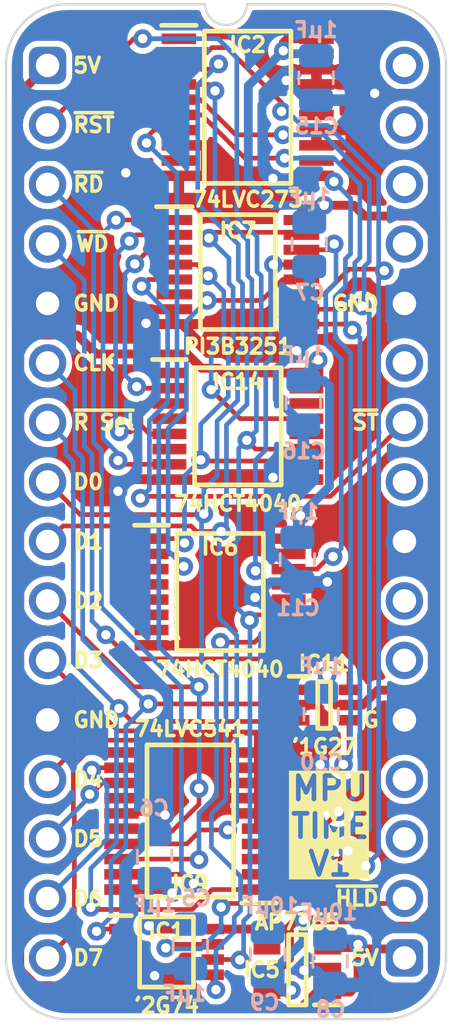
<source format=kicad_pcb>
(kicad_pcb (version 20240108) (generator "pcbnew") (generator_version "8.0")
  (title_block (title "MPU Timer") (date "2024-02-22") (rev "V1"))
  (layers (0 "F.Cu" signal) (31 "B.Cu" signal) (34 "B.Paste" user) (35 "F.Paste" user) (36 "B.SilkS" user "B.Silkscreen") (37 "F.SilkS" user "F.Silkscreen") (38 "B.Mask" user) (39 "F.Mask" user) (44 "Edge.Cuts" user))
  (net 0 "")
  (net 1 "GND")
  (net 2 "5V")
  (net 3 "/3.3V")
  (net 5 "/~{Write NMI Rate Select}·CLK")
  (net 6 "/Q6")
  (net 7 "~{Reset}")
  (net 8 "CLK")
  (net 9 "D0")
  (net 10 "D1")
  (net 11 "D2")
  (net 12 "~{Set Timer}")
  (net 15 "D4")
  (net 16 "~{NMI Rate Select}")
  (net 19 "D7")
  (net 20 "D3")
  (net 22 "~{RD}")
  (net 23 "D5")
  (net 29 "D6")
  (net 30 "/NMI_{Speed}0")
  (net 31 "/NMI_{Speed}1")
  (net 32 "/NMI_{Speed}2")
  (net 33 "/Q8")
  (net 35 "/Q18")
  (net 36 "/~{Q}")
  (net 37 "/Q0")
  (net 38 "/Q12")
  (net 42 "/Q10")
  (net 43 "/Q16")
  (net 44 "/Q14")
  (net 45 "/Q20")
  (net 59 "~{WD}")
  (net 60 "~{Hold}")
  (footprint "SamacSys_Parts:SOP65P210X110-6N" (layer "F.Cu") (at 100.711 85.725)
    (property "Reference" "IC11")
    (property "Value" "74LVC1G27GW,125" (hide yes))
  )
  (footprint "SamacSys_Parts:SOP65P640X110-16N" (layer "F.Cu") (at 96.266 80.899)
    (property "Reference" "IC6")
    (property "Value" "74HCT4040PW,118" (hide yes))
  )
  (footprint "SamacSys_Parts:SOP65P400X110-8N" (layer "F.Cu") (at 93.98 96.266)
    (property "Reference" "IC1")
    (property "Value" "74LVC2G74DP,125" (hide yes))
  )
  (footprint "SamacSys_Parts:SOP64P599X175-16N" (layer "F.Cu") (at 97.028 67.2405)
    (property "Reference" "IC7")
    (property "Value" "PI3B3251QE" (hide yes))
  )
  (footprint "SamacSys_Parts:SOP65P640X110-16N" (layer "F.Cu") (at 97.028 73.825263)
    (property "Reference" "IC14")
    (property "Value" "74HCT4040PW,118" (hide yes))
  )
  (footprint "SamacSys_Parts:SOT95P285X130-5N" (layer "F.Cu") (at 99.568 97.028 180)
    (property "Reference" "IC5")
    (property "Value" "AP7365-33WG-7" (hide yes))
  )
  (footprint "SamacSys_Parts:SOP65P640X110-20N" (layer "F.Cu") (at 97.444115 60.205869)
    (property "Reference" "IC2")
    (property "Value" "74LVC273PW,118" (hide yes))
  )
  (footprint "SamacSys_Parts:SOP65P640X110-20N" (layer "F.Cu") (at 94.996 90.678 180)
    (property "Reference" "IC9")
    (property "Value" "74LVC541APW,118" (hide yes))
  )
  (footprint "SamacSys_Parts:DIP-32_Board_W15.24mm" (layer "F.Cu") (at 88.9 58.42)
    (property "Reference" "J2" (hide yes))
    (property "Value" "Conn_02x16_Counter_Clockwise" (hide yes))
    (fp_line (start -1.778 38.1) (end -1.778 0) (stroke (width 0.1)) (layer "Edge.Cuts"))
    (fp_line (start 6.731 -2.6162) (end 0.835732 -2.613732) (stroke (width 0.1)) (layer "Edge.Cuts"))
    (fp_line (start 14.404267 -2.613733) (end 8.509 -2.6162) (stroke (width 0.1)) (layer "Edge.Cuts"))
    (fp_line (start 14.404268 40.713732) (end 0.835733 40.713733) (stroke (width 0.1)) (layer "Edge.Cuts"))
    (fp_line (start 17.018 38.1) (end 17.017999 -0.000001) (stroke (width 0.1)) (layer "Edge.Cuts"))
    (fp_arc (start -1.778 0) (mid -1.012456 -1.848188) (end 0.835732 -2.613732) (stroke (width 0.1)) (layer "Edge.Cuts"))
    (fp_arc (start 0.835733 40.713733) (mid -1.012457 39.94819) (end -1.778 38.1) (stroke (width 0.1)) (layer "Edge.Cuts"))
    (fp_arc (start 8.509 -2.6162) (mid 7.62 -1.7272) (end 6.731 -2.6162) (stroke (width 0.1)) (layer "Edge.Cuts"))
    (fp_arc (start 14.404267 -2.613733) (mid 16.252453 -1.848189) (end 17.017999 -0.000001) (stroke (width 0.1)) (layer "Edge.Cuts"))
    (fp_arc (start 17.018 38.1) (mid 16.252456 39.948187) (end 14.404268 40.713732) (stroke (width 0.1)) (layer "Edge.Cuts"))
  )
  (footprint "SamacSys_Parts:C_0805" (layer "B.Cu") (at 100.365115 58.935869)
    (property "Reference" "C15")
    (property "Value" "1μF")
  )
  (footprint "SamacSys_Parts:C_0805" (layer "B.Cu") (at 99.568 79.502)
    (property "Reference" "C11")
    (property "Value" "1μF")
  )
  (footprint "SamacSys_Parts:C_0805" (layer "B.Cu") (at 94.996 96.012)
    (property "Reference" "C5")
    (property "Value" "1μF")
  )
  (footprint "SamacSys_Parts:C_0805" (layer "B.Cu") (at 99.822 72.809263)
    (property "Reference" "C16")
    (property "Value" "1μF")
  )
  (footprint "SamacSys_Parts:PinHeader_1x16_P2.54mm_Vertical" (layer "B.Cu") (at 104.14 58.42 180)
    (property "Reference" "J1" (hide yes))
    (property "Value" "Pin_Header_01x16")
  )
  (footprint "SamacSys_Parts:C_0805" (layer "B.Cu") (at 100.965 96.647)
    (property "Reference" "C8")
    (property "Value" "10µF")
  )
  (footprint "SamacSys_Parts:C_0805" (layer "B.Cu") (at 100.584 86.106)
    (property "Reference" "C10")
    (property "Value" "1μF")
  )
  (footprint "SamacSys_Parts:C_0805" (layer "B.Cu") (at 93.472 92.202 180)
    (property "Reference" "C6")
    (property "Value" "1μF")
  )
  (footprint "SamacSys_Parts:PinHeader_1x16_P2.54mm_Vertical" (layer "B.Cu") (at 88.9 58.42 180)
    (property "Reference" "J3" (hide yes))
    (property "Value" "Pin_Header_01x16")
  )
  (footprint "SamacSys_Parts:C_0805" (layer "B.Cu") (at 98.298 96.393 180)
    (property "Reference" "C9")
    (property "Value" "10µF")
  )
  (footprint "SamacSys_Parts:C_0805" (layer "B.Cu") (at 100.076 66.04)
    (property "Reference" "C7")
    (property "Value" "1μF")
  )
  (gr_text "5V" (at 89.916 58.42 0) (layer "F.SilkS") (effects (font (size 0.635 0.635)) (justify left)))
  (gr_text "D1" (at 89.916 78.74 0) (layer "F.SilkS") (effects (font (size 0.635 0.635)) (justify left)))
  (gr_text "5V" (at 103.124 96.52 0) (layer "F.SilkS") (effects (font (size 0.635 0.635)) (justify right)))
  (gr_text "D6" (at 89.916 93.98 0) (layer "F.SilkS") (effects (font (size 0.635 0.635)) (justify left)))
  (gr_text "~{HLD}" (at 103.124 93.98 0) (layer "F.SilkS") (effects (font (size 0.635 0.635)) (justify right)))
  (gr_text "GND" (at 103.124 68.58 0) (layer "F.SilkS") (effects (font (size 0.635 0.635)) (justify right)))
  (gr_text "GND" (at 89.916 86.36 0) (layer "F.SilkS") (effects (font (size 0.635 0.635)) (justify left)))
  (gr_text "D4" (at 89.916 88.9 0) (layer "F.SilkS") (effects (font (size 0.635 0.635)) (justify left)))
  (gr_text "D0" (at 89.916 76.2 0) (layer "F.SilkS") (effects (font (size 0.635 0.635)) (justify left)))
  (gr_text "D7" (at 89.916 96.52 0) (layer "F.SilkS") (effects (font (size 0.635 0.635)) (justify left)))
  (gr_text "D5" (at 89.916 91.44 0) (layer "F.SilkS") (effects (font (size 0.635 0.635)) (justify left)))
  (gr_text "CLK" (at 89.916 71.12 0) (layer "F.SilkS") (effects (font (size 0.635 0.635)) (justify left)))
  (gr_text "~{RD}" (at 89.916 63.5 0) (layer "F.SilkS") (effects (font (size 0.635 0.635)) (justify left)))
  (gr_text "D3" (at 89.916 83.82 0) (layer "F.SilkS") (effects (font (size 0.635 0.635)) (justify left)))
  (gr_text "D2" (at 89.916 81.28 0) (layer "F.SilkS") (effects (font (size 0.635 0.635)) (justify left)))
  (gr_text "~{RST}" (at 89.916 60.96 0) (layer "F.SilkS") (effects (font (size 0.635 0.635)) (justify left)))
  (gr_text "~{R Sel}" (at 89.916 73.66 0) (layer "F.SilkS") (effects (font (size 0.635 0.635)) (justify left)))
  (gr_text "MPU\nTIME\nV1" (at 100.965 93.091 0) (layer "F.SilkS" knockout) (effects (font (size 1 1) (thickness 0.2) (bold yes)) (justify bottom)))
  (gr_text "G" (at 103.124 86.36 0) (layer "F.SilkS") (effects (font (size 0.635 0.635)) (justify right)))
  (gr_text "~{WD}" (at 90.043 66.04 0) (layer "F.SilkS") (effects (font (size 0.635 0.635)) (justify left)))
  (gr_text "~{ST}" (at 103.124 73.66 0) (layer "F.SilkS") (effects (font (size 0.635 0.635)) (justify right)))
  (gr_text "GND" (at 89.916 68.58 0) (layer "F.SilkS") (effects (font (size 0.635 0.635)) (justify left)))
  (segment (start 95.633615 63.120869) (end 95.623615 63.130869) (width 0.38) (layer "F.Cu") (net 1))
  (segment (start 104.14 78.74) (end 102.412 80.468) (width 0.38) (layer "F.Cu") (net 1))
  (segment (start 97.934 87.753) (end 97.934 88.403) (width 0.38) (layer "F.Cu") (net 1))
  (segment (start 97.934 89.053) (end 97.934 89.703) (width 0.38) (layer "F.Cu") (net 1))
  (segment (start 104.14 86.487) (end 104.14 87.096229) (width 0.38) (layer "F.Cu") (net 1))
  (segment (start 102.490857 59.230869) (end 102.869988 59.61) (width 0.38) (layer "F.Cu") (net 1))
  (segment (start 100.060932 70.076) (end 99.537852 70.59908) (width 0.38) (layer "F.Cu") (net 1))
  (segment (start 94.103 76.100263) (end 92.403533 76.100263) (width 0.38) (layer "F.Cu") (net 1))
  (segment (start 98.434723 76.100263) (end 98.526986 76.008) (width 0.38) (layer "F.Cu") (net 1))
  (segment (start 102.412 80.468) (end 100.84649 80.468) (width 0.38) (layer "F.Cu") (net 1))
  (segment (start 94.103 76.100263) (end 98.434723 76.100263) (width 0.38) (layer "F.Cu") (net 1))
  (segment (start 99.524927 70.612005) (end 99.537852 70.59908) (width 0.38) (layer "F.Cu") (net 1))
  (segment (start 92.368115 63.130869) (end 92.24111 63.003864) (width 0.38) (layer "F.Cu") (net 1))
  (segment (start 97.934 88.403) (end 97.934 89.053) (width 0.38) (layer "F.Cu") (net 1))
  (segment (start 95 87.753) (end 93.9855 88.7675) (width 0.38) (layer "F.Cu") (net 1))
  (segment (start 102.308229 70.513) (end 101.221229 70.513) (width 0.38) (layer "F.Cu") (net 1))
  (segment (start 100.382115 58.580869) (end 100.382115 59.230869) (width 0.38) (layer "F.Cu") (net 1))
  (segment (start 100.784229 70.076) (end 100.060932 70.076) (width 0.38) (layer "F.Cu") (net 1))
  (segment (start 99.31 87.753) (end 99.826563 88.269563) (width 0.38) (layer "F.Cu") (net 1))
  (segment (start 95.032769 83.174) (end 97.074532 81.132237) (width 0.38) (layer "F.Cu") (net 1))
  (segment (start 100.540009 85.875753) (end 100.540009 88.269563) (width 0.38) (layer "F.Cu") (net 1))
  (segment (start 100.540009 88.509237) (end 100.540009 88.269563) (width 0.38) (layer "F.Cu") (net 1))
  (segment (start 95.633615 61.840869) (end 95.633615 63.120869) (width 0.38) (layer "F.Cu") (net 1))
  (segment (start 94.316 69.4625) (end 91.1795 69.4625) (width 0.38) (layer "F.Cu") (net 1))
  (segment (start 100.382115 61.180869) (end 100.382115 61.830869) (width 0.38) (layer "F.Cu") (net 1))
  (segment (start 99.826563 88.269563) (end 100.540009 88.269563) (width 0.38) (layer "F.Cu") (net 1))
  (segment (start 99.649 85.725) (end 100.389256 85.725) (width 0.38) (layer "F.Cu") (net 1))
  (segment (start 100.382115 59.230869) (end 102.490857 59.230869) (width 0.38) (layer "F.Cu") (net 1))
  (segment (start 99.577115 58.580869) (end 99.095115 59.062869) (width 0.38) (layer "F.Cu") (net 1))
  (segment (start 104.14 68.681229) (end 102.308229 70.513) (width 0.38) (layer "F.Cu") (net 1))
  (segment (start 93.341 83.174) (end 95.032769 83.174) (width 0.38) (layer "F.Cu") (net 1))
  (segment (start 94.506115 63.130869) (end 92.368115 63.130869) (width 0.38) (layer "F.Cu") (net 1))
  (segment (start 97.934 87.753) (end 99.31 87.753) (width 0.38) (layer "F.Cu") (net 1))
  (segment (start 102.869988 60.071012) (end 102.869988 59.61) (width 0.38) (layer "F.Cu") (net 1))
  (segment (start 98.52515 63.246386) (end 95.759132 63.246386) (width 0.38) (layer "F.Cu") (net 1))
  (segment (start 93.472 97.282) (end 92.046 97.282) (width 0.38) (layer "F.Cu") (net 1))
  (segment (start 102.054229 89.182) (end 101.212772 89.182) (width 0.38) (layer "F.Cu") (net 1))
  (segment (start 95.759132 63.246386) (end 95.633615 63.120869) (width 0.38) (layer "F.Cu") (net 1))
  (segment (start 100.382115 58.580869) (end 99.577115 58.580869) (width 0.38) (layer "F.Cu") (net 1))
  (segment (start 100.382115 61.180869) (end 101.760131 61.180869) (width 0.38) (layer "F.Cu") (net 1))
  (segment (start 97.934 89.703) (end 97.934 90.353) (width 0.38) (layer "F.Cu") (net 1))
  (segment (start 95.623615 61.830869) (end 95.633615 61.840869) (width 0.38) (layer "F.Cu") (net 1))
  (segment (start 95.773619 70.612005) (end 99.524927 70.612005) (width 0.38) (layer "F.Cu") (net 1))
  (segment (start 91.1795 69.4625) (end 90.297 68.58) (width 0.38) (layer "F.Cu") (net 1))
  (segment (start 94.316 68.8285) (end 94.316 69.4625) (width 0.38) (layer "F.Cu") (net 1))
  (segment (start 97.934 87.753) (end 95 87.753) (width 0.38) (layer "F.Cu") (net 1))
  (segment (start 100.868 97.028) (end 99.866994 97.028) (width 0.38) (layer "F.Cu") (net 1))
  (segment (start 104.14 87.096229) (end 102.054229 89.182) (width 0.38) (layer "F.Cu") (net 1))
  (segment (start 94.624114 69.4625) (end 95.773619 70.612005) (width 0.38) (layer "F.Cu") (net 1))
  (segment (start 94.506115 61.830869) (end 95.623615 61.830869) (width 0.38) (layer "F.Cu") (net 1))
  (segment (start 90.297 68.58) (end 88.9 68.58) (width 0.38) (layer "F.Cu") (net 1))
  (segment (start 100.389256 85.725) (end 100.540009 85.875753) (width 0.38) (layer "F.Cu") (net 1))
  (segment (start 97.934 90.353) (end 97.934 91.003) (width 0.38) (layer "F.Cu") (net 1))
  (segment (start 93.9855 88.7675) (end 93.9855 90.352951) (width 0.38) (layer "F.Cu") (net 1))
  (segment (start 92.403533 76.100263) (end 91.907179 76.596617) (width 0.38) (layer "F.Cu") (net 1))
  (segment (start 92.046 97.282) (end 92.005 97.241) (width 0.38) (layer "F.Cu") (net 1))
  (segment (start 101.221229 70.513) (end 100.784229 70.076) (width 0.38) (layer "F.Cu") (net 1))
  (segment (start 93.9855 90.352951) (end 93.916266 90.422185) (width 0.38) (layer "F.Cu") (net 1))
  (segment (start 97.074532 81.132237) (end 97.761795 81.132237) (width 0.38) (layer "F.Cu") (net 1))
  (segment (start 99.866994 97.028) (end 99.843518 97.051476) (width 0.38) (layer "F.Cu") (net 1))
  (segment (start 95.623615 63.130869) (end 94.506115 63.130869) (width 0.38) (layer "F.Cu") (net 1))
  (segment (start 101.760131 61.180869) (end 102.869988 60.071012) (width 0.38) (layer "F.Cu") (net 1))
  (segment (start 101.212772 89.182) (end 100.540009 88.509237) (width 0.38) (layer "F.Cu") (net 1))
  (via (at 93.472 97.282) (size 0.8) (drill 0.4) (layers "F.Cu" "B.Cu") (net 1))
  (via (at 97.761795 81.132237) (size 0.8) (drill 0.4) (layers "F.Cu" "B.Cu") (net 1))
  (via (at 93.105 69.426747) (size 0.8) (drill 0.4) (layers "F.Cu" "B.Cu") (net 1))
  (via (at 102.869988 59.61) (size 0.8) (drill 0.4) (layers "F.Cu" "B.Cu") (net 1))
  (via (at 98.526986 76.008) (size 0.8) (drill 0.4) (layers "F.Cu" "B.Cu") (net 1))
  (via (at 99.843518 97.051476) (size 0.8) (drill 0.4) (layers "F.Cu" "B.Cu") (net 1))
  (via (at 100.540009 88.269563) (size 0.8) (drill 0.4) (layers "F.Cu" "B.Cu") (net 1))
  (via (at 93.916266 90.422185) (size 0.8) (drill 0.4) (layers "F.Cu" "B.Cu") (net 1))
  (via (at 92.24111 63.003864) (size 0.8) (drill 0.4) (layers "F.Cu" "B.Cu") (net 1))
  (via (at 100.84649 80.468) (size 0.8) (drill 0.4) (layers "F.Cu" "B.Cu") (net 1))
  (via (at 99.095115 59.062869) (size 0.8) (drill 0.4) (layers "F.Cu" "B.Cu") (net 1))
  (via (at 98.52515 63.246386) (size 0.8) (drill 0.4) (layers "F.Cu" "B.Cu") (net 1))
  (via (at 91.907179 76.596617) (size 0.8) (drill 0.4) (layers "F.Cu" "B.Cu") (net 1))
  (via (at 99.537852 70.59908) (size 0.8) (drill 0.4) (layers "F.Cu" "B.Cu") (net 1))
  (segment (start 102.578119 59.901869) (end 102.869988 59.61) (width 0.38) (layer "B.Cu") (net 1))
  (segment (start 100.365115 59.901869) (end 102.578119 59.901869) (width 0.38) (layer "B.Cu") (net 1))
  (segment (start 102.87 97.79) (end 101.142 97.79) (width 0.38) (layer "B.Cu") (net 1))
  (segment (start 88.9 68.58) (end 87.71 69.77) (width 0.38) (layer "B.Cu") (net 1))
  (segment (start 93.472 91.059) (end 93.916266 90.614734) (width 0.38) (layer "B.Cu") (net 1))
  (segment (start 105.33 87.55) (end 105.33 97.247229) (width 0.38) (layer "B.Cu") (net 1))
  (segment (start 88.407085 62.31) (end 91.547246 62.31) (width 0.38) (layer "B.Cu") (net 1))
  (segment (start 93.916266 90.614734) (end 93.916266 90.422185) (width 0.38) (layer "B.Cu") (net 1))
  (segment (start 89.821431 95.33) (end 90.664222 96.172791) (width 0.38) (layer "B.Cu") (net 1))
  (segment (start 99.822 74.712986) (end 98.526986 76.008) (width 0.38) (layer "B.Cu") (net 1))
  (segment (start 99.314 80.722) (end 99.441 80.849) (width 0.38) (layer "B.Cu") (net 1))
  (segment (start 104.14 68.58) (end 105.33 67.39) (width 0.38) (layer "B.Cu") (net 1))
  (segment (start 87.71 69.77) (end 87.71 85.17) (width 0.38) (layer "B.Cu") (net 1))
  (segment (start 99.568 80.468) (end 98.426032 80.468) (width 0.38) (layer "B.Cu") (net 1))
  (segment (start 105.33 77.55) (end 105.33 69.77) (width 0.38) (layer "B.Cu") (net 1))
  (segment (start 87.71 87.55) (end 87.71 94.632915) (width 0.38) (layer "B.Cu") (net 1))
  (segment (start 90.664222 96.172791) (end 91.460401 96.172791) (width 0.38) (layer "B.Cu") (net 1))
  (segment (start 94.996 97.917) (end 95.772732 98.693732) (width 0.38) (layer "B.Cu") (net 1))
  (segment (start 95.772732 98.693732) (end 99.884268 98.693732) (width 0.38) (layer "B.Cu") (net 1))
  (segment (start 93.105 69.426747) (end 93.536986 69.858733) (width 0.38) (layer "B.Cu") (net 1))
  (segment (start 99.884268 98.693732) (end 100.965 97.613) (width 0.38) (layer "B.Cu") (net 1))
  (segment (start 104.14 86.36) (end 105.33 87.55) (width 0.38) (layer "B.Cu") (net 1))
  (segment (start 87.71 63.007085) (end 88.407085 62.31) (width 0.38) (layer "B.Cu") (net 1))
  (segment (start 105.33 97.247229) (end 104.787229 97.79) (width 0.38) (layer "B.Cu") (net 1))
  (segment (start 91.547246 62.31) (end 91.936115 62.698869) (width 0.38) (layer "B.Cu") (net 1))
  (segment (start 98.425 76.004768) (end 98.526987 75.902781) (width 0.38) (layer "B.Cu") (net 1))
  (segment (start 99.568 80.468) (end 100.84649 80.468) (width 0.38) (layer "B.Cu") (net 1))
  (segment (start 92.222 92.482335) (end 93.468335 91.236) (width 0.38) (layer "B.Cu") (net 1))
  (segment (start 104.787229 97.79) (end 102.87 97.79) (width 0.38) (layer "B.Cu") (net 1))
  (segment (start 93.536986 72.593542) (end 92.758424 73.372104) (width 0.38) (layer "B.Cu") (net 1))
  (segment (start 88.9 68.58) (end 87.71 67.39) (width 0.38) (layer "B.Cu") (net 1))
  (segment (start 100.965 97.613) (end 100.403476 97.051476) (width 0.38) (layer "B.Cu") (net 1))
  (segment (start 99.441 86.741) (end 99.772 87.072) (width 0.38) (layer "B.Cu") (net 1))
  (segment (start 87.71 94.632915) (end 88.407085 95.33) (width 0.38) (layer "B.Cu") (net 1))
  (segment (start 98.051113 60.106871) (end 98.051113 62.772349) (width 0.38) (layer "B.Cu") (net 1))
  (segment (start 98.707 72.660263) (end 98.707 71.360166) (width 0.38) (layer "B.Cu") (net 1))
  (segment (start 104.472915 59.61) (end 102.87 59.61) (width 0.38) (layer "B.Cu") (net 1))
  (segment (start 98.051113 62.772349) (end 98.52515 63.246386) (width 0.38) (layer "B.Cu") (net 1))
  (segment (start 98.707 71.360166) (end 99.468086 70.59908) (width 0.38) (layer "B.Cu") (net 1))
  (segment (start 101.701229 94.107) (end 102.95 95.355771) (width 0.38) (layer "B.Cu") (net 1))
  (segment (start 94.996 96.978) (end 94.996 97.917) (width 0.38) (layer "B.Cu") (net 1))
  (segment (start 99.822 73.775263) (end 99.822 74.712986) (width 0.38) (layer "B.Cu") (net 1))
  (segment (start 105.33 60.467085) (end 104.472915 59.61) (width 0.38) (layer "B.Cu") (net 1))
  (segment (start 98.298 95.427) (end 98.298 94.869) (width 0.38) (layer "B.Cu") (net 1))
  (segment (start 98.426032 80.468) (end 97.761795 81.132237) (width 0.38) (layer "B.Cu") (net 1))
  (segment (start 88.9 86.36) (end 87.71 87.55) (width 0.38) (layer "B.Cu") (net 1))
  (segment (start 99.934115 59.901869) (end 99.095115 59.062869) (width 0.38) (layer "B.Cu") (net 1))
  (segment (start 87.71 85.17) (end 88.9 86.36) (width 0.38) (layer "B.Cu") (net 1))
  (segment (start 97.728 81.273954) (end 97.761795 81.240159) (width 0.38) (layer "B.Cu") (net 1))
  (segment (start 100.403476 97.051476) (end 99.843518 97.051476) (width 0.38) (layer "B.Cu") (net 1))
  (segment (start 102.95 95.355771) (end 102.95 97.71) (width 0.38) (layer "B.Cu") (net 1))
  (segment (start 105.33 85.17) (end 104.14 86.36) (width 0.38) (layer "B.Cu") (net 1))
  (segment (start 93.776 96.978) (end 93.472 97.282) (width 0.38) (layer "B.Cu") (net 1))
  (segment (start 105.33 67.39) (end 105.33 60.467085) (width 0.38) (layer "B.Cu") (net 1))
  (segment (start 104.14 78.74) (end 105.33 79.93) (width 0.38) (layer "B.Cu") (net 1))
  (segment (start 105.33 79.93) (end 105.33 80.01) (width 0.38) (layer "B.Cu") (net 1))
  (segment (start 92.222 95.411192) (end 92.222 92.482335) (width 0.38) (layer "B.Cu") (net 1))
  (segment (start 100.076 67.006) (end 100.076 70.060932) (width 0.38) (layer "B.Cu") (net 1))
  (segment (start 99.772 87.072) (end 100.153 87.072) (width 0.38) (layer "B.Cu") (net 1))
  (segment (start 99.441 80.849) (end 99.441 86.741) (width 0.38) (layer "B.Cu") (net 1))
  (segment (start 93.536986 69.858733) (end 93.536986 72.593542) (width 0.38) (layer "B.Cu") (net 1))
  (segment (start 99.568 80.198097) (end 98.425 79.055097) (width 0.38) (layer "B.Cu") (net 1))
  (segment (start 99.095115 59.062869) (end 98.051113 60.106871) (width 0.38) (layer "B.Cu") (net 1))
  (segment (start 99.06 94.107) (end 101.701229 94.107) (width 0.38) (layer "B.Cu") (net 1))
  (segment (start 99.822 73.775263) (end 98.707 72.660263) (width 0.38) (layer "B.Cu") (net 1))
  (segment (start 97.761795 81.240159) (end 97.761795 81.132237) (width 0.38) (layer "B.Cu") (net 1))
  (segment (start 105.33 69.77) (end 104.14 68.58) (width 0.38) (layer "B.Cu") (net 1))
  (segment (start 87.71 67.39) (end 87.71 63.007085) (width 0.38) (layer "B.Cu") (net 1))
  (segment (start 94.996 96.978) (end 93.776 96.978) (width 0.38) (layer "B.Cu") (net 1))
  (segment (start 99.468086 70.59908) (end 99.537852 70.59908) (width 0.38) (layer "B.Cu") (net 1))
  (segment (start 98.298 94.869) (end 99.06 94.107) (width 0.38) (layer "B.Cu") (net 1))
  (segment (start 91.936115 62.698869) (end 92.24111 63.003864) (width 0.38) (layer "B.Cu") (net 1))
  (segment (start 91.460401 96.172791) (end 92.222 95.411192) (width 0.38) (layer "B.Cu") (net 1))
  (segment (start 102.95 97.71) (end 102.87 97.79) (width 0.38) (layer "B.Cu") (net 1))
  (segment (start 92.758424 75.745372) (end 91.907179 76.596617) (width 0.38) (layer "B.Cu") (net 1))
  (segment (start 100.584 88.225572) (end 100.540009 88.269563) (width 0.38) (layer "B.Cu") (net 1))
  (segment (start 88.407085 95.33) (end 89.821431 95.33) (width 0.38) (layer "B.Cu") (net 1))
  (segment (start 100.584 87.072) (end 100.584 88.225572) (width 0.38) (layer "B.Cu") (net 1))
  (segment (start 105.33 80.01) (end 105.33 85.17) (width 0.38) (layer "B.Cu") (net 1))
  (segment (start 104.14 78.74) (end 105.33 77.55) (width 0.38) (layer "B.Cu") (net 1))
  (segment (start 100.076 70.060932) (end 99.537852 70.59908) (width 0.38) (layer "B.Cu") (net 1))
  (segment (start 92.758424 73.372104) (end 92.758424 75.745372) (width 0.38) (layer "B.Cu") (net 1))
  (segment (start 98.425 79.055097) (end 98.425 76.004768) (width 0.38) (layer "B.Cu") (net 1))
  (segment (start 102.350473 96.139) (end 102.15998 95.948507) (width 0.38) (layer "F.Cu") (net 2))
  (segment (start 96.416492 71.550263) (end 96.212229 71.346) (width 0.38) (layer "F.Cu") (net 2))
  (segment (start 99.953 71.550263) (end 100.457 71.046263) (width 0.38) (layer "F.Cu") (net 2))
  (segment (start 100.396 97.978) (end 99.680268 98.693732) (width 0.38) (layer "F.Cu") (net 2))
  (segment (start 100.868 96.078) (end 102.030487 96.078) (width 0.38) (layer "F.Cu") (net 2))
  (segment (start 100.868 97.978) (end 100.396 97.978) (width 0.38) (layer "F.Cu") (net 2))
  (segment (start 88.407085 97.71) (end 87.71 97.012915) (width 0.38) (layer "F.Cu") (net 2))
  (segment (start 96.212229 71.346) (end 95.476 71.346) (width 0.38) (layer "F.Cu") (net 2))
  (segment (start 103.759 96.139) (end 102.350473 96.139) (width 0.38) (layer "F.Cu") (net 2))
  (segment (start 88.9 58.42) (end 87.562 59.758) (width 0.38) (layer "F.Cu") (net 2))
  (segment (start 99.680268 98.693732) (end 90.057732 98.693732) (width 0.38) (layer "F.Cu") (net 2))
  (segment (start 102.030487 96.078) (end 102.15998 95.948507) (width 0.38) (layer "F.Cu") (net 2))
  (segment (start 95.476 71.346) (end 94.869 70.739) (width 0.38) (layer "F.Cu") (net 2))
  (segment (start 99.191 78.624) (end 99.699 78.116) (width 0.38) (layer "F.Cu") (net 2))
  (segment (start 99.699 78.116) (end 99.699 77.635263) (width 0.38) (layer "F.Cu") (net 2))
  (segment (start 90.17 69.93) (end 88.091 69.93) (width 0.38) (layer "F.Cu") (net 2))
  (segment (start 87.562 59.758) (end 87.562 69.401) (width 0.38) (layer "F.Cu") (net 2))
  (segment (start 87.562 69.401) (end 88.091 69.93) (width 0.38) (layer "F.Cu") (net 2))
  (segment (start 94.869 70.739) (end 90.979 70.739) (width 0.38) (layer "F.Cu") (net 2))
  (segment (start 89.074 97.71) (end 88.407085 97.71) (width 0.38) (layer "F.Cu") (net 2))
  (segment (start 100.457 71.046263) (end 100.457 70.993) (width 0.38) (layer "F.Cu") (net 2))
  (segment (start 90.979 70.739) (end 90.17 69.93) (width 0.38) (layer "F.Cu") (net 2))
  (segment (start 87.71 70.311) (end 88.091 69.93) (width 0.38) (layer "F.Cu") (net 2))
  (segment (start 99.953 71.550263) (end 96.416492 71.550263) (width 0.38) (layer "F.Cu") (net 2))
  (segment (start 100.868 97.978) (end 101.823 97.978) (width 0.38) (layer "F.Cu") (net 2))
  (segment (start 102.15998 97.64102) (end 102.15998 95.948507) (width 0.38) (layer "F.Cu") (net 2))
  (segment (start 101.823 97.978) (end 102.15998 97.64102) (width 0.38) (layer "F.Cu") (net 2))
  (segment (start 90.057732 98.693732) (end 89.074 97.71) (width 0.38) (layer "F.Cu") (net 2))
  (segment (start 87.71 97.012915) (end 87.71 70.311) (width 0.38) (layer "F.Cu") (net 2))
  (via (at 102.15998 95.948507) (size 0.8) (drill 0.4) (layers "F.Cu" "B.Cu") (net 2))
  (via (at 100.457 70.993) (size 0.8) (drill 0.4) (layers "F.Cu" "B.Cu") (net 2))
  (via (at 99.699 77.635263) (size 0.8) (drill 0.4) (layers "F.Cu" "B.Cu") (net 2))
  (segment (start 99.568 77.766263) (end 99.699 77.635263) (width 0.38) (layer "B.Cu") (net 2))
  (segment (start 99.699 77.635263) (end 100.937 76.397263) (width 0.38) (layer "B.Cu") (net 2))
  (segment (start 101.924473 95.713) (end 102.15998 95.948507) (width 0.38) (layer "B.Cu") (net 2))
  (segment (start 100.704263 71.875263) (end 100.031 71.875263) (width 0.38) (layer "B.Cu") (net 2))
  (segment (start 100.965 95.713) (end 101.924473 95.713) (width 0.38) (layer "B.Cu") (net 2))
  (segment (start 99.822 71.628) (end 100.457 70.993) (width 0.38) (layer "B.Cu") (net 2))
  (segment (start 99.568 78.568) (end 99.568 77.766263) (width 0.38) (layer "B.Cu") (net 2))
  (segment (start 100.937 72.108) (end 100.704263 71.875263) (width 0.38) (layer "B.Cu") (net 2))
  (segment (start 100.937 76.397263) (end 100.937 72.108) (width 0.38) (layer "B.Cu") (net 2))
  (segment (start 99.74 65.0185) (end 99.74 64.598) (width 0.38) (layer "F.Cu") (net 3))
  (segment (start 105.33 65.511001) (end 104.668999 64.85) (width 0.38) (layer "F.Cu") (net 3))
  (segment (start 105.33 94.509) (end 104.669 95.17) (width 0.38) (layer "F.Cu") (net 3))
  (segment (start 104.902 85.09) (end 105.029 84.963) (width 0.38) (layer "F.Cu") (net 3))
  (segment (start 99.136 95.291) (end 95.955 95.291) (width 0.38) (layer "F.Cu") (net 3))
  (segment (start 104.669 95.17) (end 102.764229 95.17) (width 0.38) (layer "F.Cu") (net 3))
  (segment (start 102.362 85.725) (end 102.997 85.09) (width 0.38) (layer "F.Cu") (net 3))
  (segment (start 99.53 94.897) (end 99.822 94.897) (width 0.38) (layer "F.Cu") (net 3))
  (segment (start 101.773 85.725) (end 102.362 85.725) (width 0.38) (layer "F.Cu") (net 3))
  (segment (start 101.2095 85.725) (end 100.838 85.3535) (width 0.38) (layer "F.Cu") (net 3))
  (segment (start 99.137615 57.280869) (end 98.968115 57.450369) (width 0.38) (layer "F.Cu") (net 3))
  (segment (start 105.33 85.264) (end 105.33 94.509) (width 0.38) (layer "F.Cu") (net 3))
  (segment (start 93.354266 95.291) (end 93.218 95.154734) (width 0.38) (layer "F.Cu") (net 3))
  (segment (start 99.239708 97.978) (end 99.314 97.903708) (width 0.38) (layer "F.Cu") (net 3))
  (segment (start 102.997 85.09) (end 104.902 85.09) (width 0.38) (layer "F.Cu") (net 3))
  (segment (start 102.491229 94.897) (end 99.822 94.897) (width 0.38) (layer "F.Cu") (net 3))
  (segment (start 98.968115 57.450369) (end 98.968115 57.792881) (width 0.38) (layer "F.Cu") (net 3))
  (segment (start 102.442 64.85) (end 101.981 64.389) (width 0.38) (layer "F.Cu") (net 3))
  (segment (start 99.233 96.550108) (end 99.233 95.388) (width 0.38) (layer "F.Cu") (net 3))
  (segment (start 94.071606 93.603) (end 94.218257 93.749651) (width 0.38) (layer "F.Cu") (net 3))
  (segment (start 98.268 97.515108) (end 99.233 96.550108) (width 0.38) (layer "F.Cu") (net 3))
  (segment (start 101.981 64.389) (end 100.710994 64.389) (width 0.38) (layer "F.Cu") (net 3))
  (segment (start 98.268 97.978) (end 99.239708 97.978) (width 0.38) (layer "F.Cu") (net 3))
  (segment (start 104.668999 64.85) (end 102.442 64.85) (width 0.38) (layer "F.Cu") (net 3))
  (segment (start 99.949 64.389) (end 100.710994 64.389) (width 0.38) (layer "F.Cu") (net 3))
  (segment (start 105.029 84.963) (end 105.33 85.264) (width 0.38) (layer "F.Cu") (net 3))
  (segment (start 102.764229 95.17) (end 102.491229 94.897) (width 0.38) (layer "F.Cu") (net 3))
  (segment (start 100.838 85.3535) (end 100.838 84.455) (width 0.38) (layer "F.Cu") (net 3))
  (segment (start 101.773 85.725) (end 101.2095 85.725) (width 0.38) (layer "F.Cu") (net 3))
  (segment (start 92.058 93.603) (end 94.071606 93.603) (width 0.38) (layer "F.Cu") (net 3))
  (segment (start 99.74 64.598) (end 99.949 64.389) (width 0.38) (layer "F.Cu") (net 3))
  (segment (start 95.955 95.291) (end 93.354266 95.291) (width 0.38) (layer "F.Cu") (net 3))
  (segment (start 98.268 97.978) (end 98.268 97.515108) (width 0.38) (layer "F.Cu") (net 3))
  (segment (start 105.33 84.662) (end 105.33 65.511001) (width 0.38) (layer "F.Cu") (net 3))
  (segment (start 99.233 95.388) (end 99.136 95.291) (width 0.38) (layer "F.Cu") (net 3))
  (segment (start 100.382115 57.280869) (end 99.137615 57.280869) (width 0.38) (layer "F.Cu") (net 3))
  (segment (start 99.136 95.291) (end 99.53 94.897) (width 0.38) (layer "F.Cu") (net 3))
  (segment (start 105.029 84.963) (end 105.33 84.662) (width 0.38) (layer "F.Cu") (net 3))
  (via (at 99.822 94.897) (size 0.8) (drill 0.4) (layers "F.Cu" "B.Cu") (net 3))
  (via (at 100.838 84.455) (size 0.8) (drill 0.4) (layers "F.Cu" "B.Cu") (net 3))
  (via (at 93.218 95.154734) (size 0.8) (drill 0.4) (layers "F.Cu" "B.Cu") (net 3))
  (via (at 94.218257 93.749651) (size 0.8) (drill 0.4) (layers "F.Cu" "B.Cu") (net 3))
  (via (at 99.314 97.903708) (size 0.8) (drill 0.4) (layers "F.Cu" "B.Cu") (net 3))
  (via (at 98.968115 57.792881) (size 0.8) (drill 0.4) (layers "F.Cu" "B.Cu") (net 3))
  (via (at 100.710994 64.389) (size 0.8) (drill 0.4) (layers "F.Cu" "B.Cu") (net 3))
  (segment (start 93.604606 93.136) (end 94.218257 93.749651) (width 0.38) (layer "B.Cu") (net 3))
  (segment (start 94.921 95.003) (end 93.369734 95.003) (width 0.38) (layer "B.Cu") (net 3))
  (segment (start 100.283115 57.919869) (end 99.095103 57.919869) (width 0.38) (layer "B.Cu") (net 3))
  (segment (start 98.968115 57.792881) (end 97.471113 59.289883) (width 0.38) (layer "B.Cu") (net 3))
  (segment (start 100.584 84.709) (end 100.838 84.455) (width 0.38) (layer "B.Cu") (net 3))
  (segment (start 99.095103 57.919869) (end 98.968115 57.792881) (width 0.38) (layer "B.Cu") (net 3))
  (segment (start 93.218 93.39) (end 93.218 95.154734) (width 0.38) (layer "B.Cu") (net 3))
  (segment (start 100.584 85.172) (end 100.584 84.709) (width 0.38) (layer "B.Cu") (net 3))
  (segment (start 97.471113 63.309578) (end 98.550535 64.389) (width 0.38) (layer "B.Cu") (net 3))
  (segment (start 98.550535 64.389) (end 100.710994 64.389) (width 0.38) (layer "B.Cu") (net 3))
  (segment (start 98.298 97.327) (end 98.874708 97.903708) (width 0.38) (layer "B.Cu") (net 3))
  (segment (start 93.369734 95.003) (end 93.218 95.154734) (width 0.38) (layer "B.Cu") (net 3))
  (segment (start 98.298 97.327) (end 99.822 95.803) (width 0.38) (layer "B.Cu") (net 3))
  (segment (start 97.471113 59.289883) (end 97.471113 63.309578) (width 0.38) (layer "B.Cu") (net 3))
  (segment (start 99.822 95.803) (end 99.822 94.897) (width 0.38) (layer "B.Cu") (net 3))
  (segment (start 100.076 65.023994) (end 100.710994 64.389) (width 0.38) (layer "B.Cu") (net 3))
  (segment (start 98.874708 97.903708) (end 99.314 97.903708) (width 0.38) (layer "B.Cu") (net 3))
  (segment (start 100.877115 63.130869) (end 101.127115 63.380869) (width 0.2) (layer "F.Cu") (net 5))
  (segment (start 101.773 88.031995) (end 101.539995 88.265) (width 0.2) (layer "F.Cu") (net 5))
  (segment (start 101.773 86.375) (end 101.773 88.031995) (width 0.2) (layer "F.Cu") (net 5))
  (via (at 101.127115 63.380869) (size 0.8) (drill 0.4) (layers "F.Cu" "B.Cu") (net 5))
  (via (at 101.539995 88.265) (size 0.8) (drill 0.4) (layers "F.Cu" "B.Cu") (net 5))
  (segment (start 101.181 70.03995) (end 101.84 70.69895) (width 0.2) (layer "B.Cu") (net 5))
  (segment (start 101.619 66.682179) (end 101.619 67.856686) (width 0.2) (layer "B.Cu") (net 5))
  (segment (start 101.619 67.856686) (end 101.181 68.294686) (width 0.2) (layer "B.Cu") (net 5))
  (segment (start 101.127115 63.380869) (end 101.839998 64.093752) (width 0.2) (layer "B.Cu") (net 5))
  (segment (start 101.84 70.69895) (end 101.84 87.964995) (width 0.2) (layer "B.Cu") (net 5))
  (segment (start 101.839998 66.461181) (end 101.619 66.682179) (width 0.2) (layer "B.Cu") (net 5))
  (segment (start 101.181 68.294686) (end 101.181 70.03995) (width 0.2) (layer "B.Cu") (net 5))
  (segment (start 101.84 87.964995) (end 101.539995 88.265) (width 0.2) (layer "B.Cu") (net 5))
  (segment (start 101.839998 64.093752) (end 101.839998 66.461181) (width 0.2) (layer "B.Cu") (net 5))
  (segment (start 94.499981 79.507981) (end 94.71512 79.72312) (width 0.2) (layer "F.Cu") (net 6))
  (segment (start 98.9385 67.5585) (end 98.044 68.453) (width 0.2) (layer "F.Cu") (net 6))
  (segment (start 94.458474 79.507981) (end 94.499981 79.507981) (width 0.2) (layer "F.Cu") (net 6))
  (segment (start 94.224493 79.274) (end 94.458474 79.507981) (width 0.2) (layer "F.Cu") (net 6))
  (segment (start 93.341 79.274) (end 94.224493 79.274) (width 0.2) (layer "F.Cu") (net 6))
  (segment (start 98.044 68.453) (end 95.717762 68.453) (width 0.2) (layer "F.Cu") (net 6))
  (segment (start 99.74 67.5585) (end 98.9385 67.5585) (width 0.2) (layer "F.Cu") (net 6))
  (segment (start 94.71512 79.72312) (end 94.71512 79.807428) (width 0.2) (layer "F.Cu") (net 6))
  (via (at 94.71512 79.807428) (size 0.8) (drill 0.4) (layers "F.Cu" "B.Cu") (net 6))
  (via (at 95.717762 68.453) (size 0.8) (drill 0.4) (layers "F.Cu" "B.Cu") (net 6))
  (segment (start 95.717762 68.453) (end 94.826987 69.343775) (width 0.2) (layer "B.Cu") (net 6))
  (segment (start 94.826987 69.343775) (end 94.826987 73.127882) (width 0.2) (layer "B.Cu") (net 6))
  (segment (start 94.826987 73.127882) (end 94.048424 73.906445) (width 0.2) (layer "B.Cu") (net 6))
  (segment (start 94.048424 73.906445) (end 94.048424 79.140732) (width 0.2) (layer "B.Cu") (net 6))
  (segment (start 94.048424 79.140732) (end 94.71512 79.807428) (width 0.2) (layer "B.Cu") (net 6))
  (segment (start 99.191 81.874) (end 97.755825 81.874) (width 0.2) (layer "F.Cu") (net 7))
  (segment (start 99.953 74.800263) (end 97.787263 74.800263) (width 0.2) (layer "F.Cu") (net 7))
  (segment (start 92.583 57.277) (end 92.964 57.277) (width 0.2) (layer "F.Cu") (net 7))
  (segment (start 97.112761 96.609987) (end 97.093774 96.591) (width 0.2) (layer "F.Cu") (net 7))
  (segment (start 94.506115 57.280869) (end 92.967869 57.280869) (width 0.2) (layer "F.Cu") (net 7))
  (segment (start 92.967869 57.280869) (end 92.964 57.277) (width 0.2) (layer "F.Cu") (net 7))
  (segment (start 97.755825 81.874) (end 97.525825 82.104) (width 0.2) (layer "F.Cu") (net 7))
  (segment (start 88.9 60.96) (end 92.583 57.277) (width 0.2) (layer "F.Cu") (net 7))
  (segment (start 97.787263 74.800263) (end 97.409 74.422) (width 0.2) (layer "F.Cu") (net 7))
  (segment (start 97.093774 96.591) (end 95.955 96.591) (width 0.2) (layer "F.Cu") (net 7))
  (via (at 97.409 74.422) (size 0.8) (drill 0.4) (layers "F.Cu" "B.Cu") (net 7))
  (via (at 97.525825 82.104) (size 0.8) (drill 0.4) (layers "F.Cu" "B.Cu") (net 7))
  (via (at 92.964 57.277) (size 0.8) (drill 0.4) (layers "F.Cu" "B.Cu") (net 7))
  (via (at 97.112761 96.609987) (size 0.8) (drill 0.4) (layers "F.Cu" "B.Cu") (net 7))
  (segment (start 97.409 74.422) (end 97.062897 74.768103) (width 0.2) (layer "B.Cu") (net 7))
  (segment (start 98.025 67.406257) (end 98.025 70.783517) (width 0.2) (layer "B.Cu") (net 7))
  (segment (start 97.062897 78.623831) (end 96.939 78.747728) (width 0.2) (layer "B.Cu") (net 7))
  (segment (start 97.816998 70.991519) (end 97.816998 74.014002) (width 0.2) (layer "B.Cu") (net 7))
  (segment (start 97.273 94.942256) (end 97.543 94.672256) (width 0.2) (layer "B.Cu") (net 7))
  (segment (start 97.543 82.121175) (end 97.525825 82.104) (width 0.2) (layer "B.Cu") (net 7))
  (segment (start 97.062897 74.768103) (end 97.062897 78.623831) (width 0.2) (layer "B.Cu") (net 7))
  (segment (start 96.939 78.747728) (end 96.939 81.517175) (width 0.2) (layer "B.Cu") (net 7))
  (segment (start 97.112761 96.609987) (end 97.273 96.449748) (width 0.2) (layer "B.Cu") (net 7))
  (segment (start 97.847 67.228256) (end 98.025 67.406257) (width 0.2) (layer "B.Cu") (net 7))
  (segment (start 96.181242 57.277) (end 96.981115 58.076873) (width 0.2) (layer "B.Cu") (net 7))
  (segment (start 92.964 57.277) (end 96.181242 57.277) (width 0.2) (layer "B.Cu") (net 7))
  (segment (start 98.025 70.783517) (end 97.816998 70.991519) (width 0.2) (layer "B.Cu") (net 7))
  (segment (start 96.939 81.517175) (end 97.525825 82.104) (width 0.2) (layer "B.Cu") (net 7))
  (segment (start 96.981115 64.861743) (end 97.847 65.72763) (width 0.2) (layer "B.Cu") (net 7))
  (segment (start 97.816998 74.014002) (end 97.409 74.422) (width 0.2) (layer "B.Cu") (net 7))
  (segment (start 96.981115 58.076873) (end 96.981115 64.861743) (width 0.2) (layer "B.Cu") (net 7))
  (segment (start 97.543 94.672256) (end 97.543 82.121175) (width 0.2) (layer "B.Cu") (net 7))
  (segment (start 97.847 65.72763) (end 97.847 67.228256) (width 0.2) (layer "B.Cu") (net 7))
  (segment (start 97.273 96.449748) (end 97.273 94.942256) (width 0.2) (layer "B.Cu") (net 7))
  (segment (start 98.821 85.075) (end 98.218 85.678) (width 0.2) (layer "F.Cu") (net 8))
  (segment (start 91.083242 95.291) (end 90.991451 95.382791) (width 0.2) (layer "F.Cu") (net 8))
  (segment (start 98.218 85.678) (end 93.202887 85.678) (width 0.2) (layer "F.Cu") (net 8))
  (segment (start 92.005 95.291) (end 91.083242 95.291) (width 0.2) (layer "F.Cu") (net 8))
  (segment (start 99.649 85.075) (end 98.821 85.075) (width 0.2) (layer "F.Cu") (net 8))
  (via (at 90.991451 95.382791) (size 0.8) (drill 0.4) (layers "F.Cu" "B.Cu") (net 8))
  (via (at 93.202887 85.678) (size 0.8) (drill 0.4) (layers "F.Cu" "B.Cu") (net 8))
  (segment (start 90.068424 72.288424) (end 90.068424 74.84724) (width 0.2) (layer "B.Cu") (net 8))
  (segment (start 90.068424 74.84724) (end 90.4 75.178816) (width 0.2) (layer "B.Cu") (net 8))
  (segment (start 92.24 91.77137) (end 92.24 86.640887) (width 0.2) (layer "B.Cu") (net 8))
  (segment (start 93.215002 85.690115) (end 93.202887 85.678) (width 0.2) (layer "B.Cu") (net 8))
  (segment (start 90.4 82.912998) (end 93.215002 85.728) (width 0.2) (layer "B.Cu") (net 8))
  (segment (start 90.991451 95.382791) (end 91.605 94.769242) (width 0.2) (layer "B.Cu") (net 8))
  (segment (start 88.9 71.12) (end 90.068424 72.288424) (width 0.2) (layer "B.Cu") (net 8))
  (segment (start 93.215002 85.728) (end 93.215002 85.690115) (width 0.2) (layer "B.Cu") (net 8))
  (segment (start 90.4 75.178816) (end 90.4 82.912998) (width 0.2) (layer "B.Cu") (net 8))
  (segment (start 92.24 86.640887) (end 93.202887 85.678) (width 0.2) (layer "B.Cu") (net 8))
  (segment (start 91.605 94.769242) (end 91.605 92.406371) (width 0.2) (layer "B.Cu") (net 8))
  (segment (start 91.605 92.406371) (end 92.24 91.77137) (width 0.2) (layer "B.Cu") (net 8))
  (segment (start 94.506115 58.580869) (end 95.982901 58.580869) (width 0.2) (layer "F.Cu") (net 9))
  (segment (start 90.297 77.597) (end 95.544157 77.597) (width 0.2) (layer "F.Cu") (net 9))
  (segment (start 95.340268 92.303) (end 95.366266 92.328998) (width 0.2) (layer "F.Cu") (net 9))
  (segment (start 92.058 92.303) (end 95.340268 92.303) (width 0.2) (layer "F.Cu") (net 9))
  (segment (start 95.982901 58.580869) (end 96.204885 58.358885) (width 0.2) (layer "F.Cu") (net 9))
  (segment (start 88.9 76.2) (end 90.297 77.597) (width 0.2) (layer "F.Cu") (net 9))
  (segment (start 95.544157 77.597) (end 95.574157 77.567) (width 0.2) (layer "F.Cu") (net 9))
  (via (at 95.574157 77.567) (size 0.8) (drill 0.4) (layers "F.Cu" "B.Cu") (net 9))
  (via (at 96.204885 58.358885) (size 0.8) (drill 0.4) (layers "F.Cu" "B.Cu") (net 9))
  (via (at 95.366266 92.328998) (size 0.8) (drill 0.4) (layers "F.Cu" "B.Cu") (net 9))
  (segment (start 97.225 70.452147) (end 97.016998 70.660149) (width 0.2) (layer "B.Cu") (net 9))
  (segment (start 96.204885 58.358885) (end 95.312 59.25177) (width 0.2) (layer "B.Cu") (net 9))
  (segment (start 95.574157 76.510843) (end 95.574157 77.567) (width 0.2) (layer "B.Cu") (net 9))
  (segment (start 97.016998 70.660149) (end 97.016998 72.724317) (width 0.2) (layer "B.Cu") (net 9))
  (segment (start 95.47551 77.665647) (end 95.574157 77.567) (width 0.2) (layer "B.Cu") (net 9))
  (segment (start 97.046999 67.559627) (end 97.225 67.737627) (width 0.2) (layer "B.Cu") (net 9))
  (segment (start 97.047 66.059) (end 97.046999 67.559627) (width 0.2) (layer "B.Cu") (net 9))
  (segment (start 96.116266 84.50158) (end 95.47551 83.860824) (width 0.2) (layer "B.Cu") (net 9))
  (segment (start 97.016998 72.724317) (end 96.139 73.602315) (width 0.2) (layer "B.Cu") (net 9))
  (segment (start 95.366266 92.328998) (end 95.366266 90.341661) (width 0.2) (layer "B.Cu") (net 9))
  (segment (start 95.312 59.25177) (end 95.312 64.324) (width 0.2) (layer "B.Cu") (net 9))
  (segment (start 96.116266 89.591661) (end 96.116266 84.50158) (width 0.2) (layer "B.Cu") (net 9))
  (segment (start 95.312 64.324) (end 97.047 66.059) (width 0.2) (layer "B.Cu") (net 9))
  (segment (start 95.366266 90.341661) (end 96.116266 89.591661) (width 0.2) (layer "B.Cu") (net 9))
  (segment (start 97.225 67.737627) (end 97.225 70.452147) (width 0.2) (layer "B.Cu") (net 9))
  (segment (start 96.139 75.946) (end 95.574157 76.510843) (width 0.2) (layer "B.Cu") (net 9))
  (segment (start 95.47551 83.860824) (end 95.47551 77.665647) (width 0.2) (layer "B.Cu") (net 9))
  (segment (start 96.139 73.602315) (end 96.139 75.946) (width 0.2) (layer "B.Cu") (net 9))
  (segment (start 95.263496 78.317) (end 95.884818 78.317) (width 0.2) (layer "F.Cu") (net 10))
  (segment (start 95.888648 78.31317) (end 96.312897 78.31317) (width 0.2) (layer "F.Cu") (net 10))
  (segment (start 95.778017 59.230869) (end 96.050434 59.503286) (width 0.2) (layer "F.Cu") (net 10))
  (segment (start 94.506115 59.230869) (end 95.778017 59.230869) (width 0.2) (layer "F.Cu") (net 10))
  (segment (start 92.058 91.653) (end 94.853113 91.653) (width 0.2) (layer "F.Cu") (net 10))
  (segment (start 95.027937 78.081441) (end 95.263496 78.317) (width 0.2) (layer "F.Cu") (net 10))
  (segment (start 95.447113 91.059) (end 96.596914 91.059) (width 0.2) (layer "F.Cu") (net 10))
  (segment (start 88.9 78.74) (end 89.558559 78.081441) (width 0.2) (layer "F.Cu") (net 10))
  (segment (start 95.884818 78.317) (end 95.888648 78.31317) (width 0.2) (layer "F.Cu") (net 10))
  (segment (start 89.558559 78.081441) (end 95.027937 78.081441) (width 0.2) (layer "F.Cu") (net 10))
  (segment (start 94.853113 91.653) (end 95.447113 91.059) (width 0.2) (layer "F.Cu") (net 10))
  (via (at 96.050434 59.503286) (size 0.8) (drill 0.4) (layers "F.Cu" "B.Cu") (net 10))
  (via (at 96.312897 78.31317) (size 0.8) (drill 0.4) (layers "F.Cu" "B.Cu") (net 10))
  (via (at 96.596914 91.059) (size 0.8) (drill 0.4) (layers "F.Cu" "B.Cu") (net 10))
  (segment (start 97.447 65.893315) (end 97.446999 67.393941) (width 0.2) (layer "B.Cu") (net 10))
  (segment (start 97.625 70.617831) (end 97.416998 70.825834) (width 0.2) (layer "B.Cu") (net 10))
  (segment (start 96.539 73.768) (end 96.539 78.087067) (width 0.2) (layer "B.Cu") (net 10))
  (segment (start 96.050434 64.496748) (end 97.447 65.893315) (width 0.2) (layer "B.Cu") (net 10))
  (segment (start 96.539 78.087067) (end 96.312897 78.31317) (width 0.2) (layer "B.Cu") (net 10))
  (segment (start 96.979024 82.755025) (end 96.227742 82.003742) (width 0.2) (layer "B.Cu") (net 10))
  (segment (start 97.625 67.571942) (end 97.625 70.617831) (width 0.2) (layer "B.Cu") (net 10))
  (segment (start 96.596914 91.059) (end 96.979024 90.67689) (width 0.2) (layer "B.Cu") (net 10))
  (segment (start 96.227742 78.398325) (end 96.312897 78.31317) (width 0.2) (layer "B.Cu") (net 10))
  (segment (start 96.050434 59.503286) (end 96.050434 64.496748) (width 0.2) (layer "B.Cu") (net 10))
  (segment (start 97.446999 67.393941) (end 97.625 67.571942) (width 0.2) (layer "B.Cu") (net 10))
  (segment (start 96.227742 82.003742) (end 96.227742 78.398325) (width 0.2) (layer "B.Cu") (net 10))
  (segment (start 97.416998 72.890002) (end 96.539 73.768) (width 0.2) (layer "B.Cu") (net 10))
  (segment (start 96.979024 90.67689) (end 96.979024 82.755025) (width 0.2) (layer "B.Cu") (net 10))
  (segment (start 97.416998 70.825834) (end 97.416998 72.890002) (width 0.2) (layer "B.Cu") (net 10))
  (segment (start 93.441615 61.180869) (end 93.126115 61.496369) (width 0.2) (layer "F.Cu") (net 11))
  (segment (start 95.366266 89.962135) (end 95.366266 89.281) (width 0.2) (layer "F.Cu") (net 11))
  (segment (start 92.565697 84.945697) (end 95.366037 84.945697) (width 0.2) (layer "F.Cu") (net 11))
  (segment (start 94.206216 91.122185) (end 95.366266 89.962135) (width 0.2) (layer "F.Cu") (net 11))
  (segment (start 88.9 81.28) (end 92.565697 84.945697) (width 0.2) (layer "F.Cu") (net 11))
  (segment (start 92.177185 91.122185) (end 94.206216 91.122185) (width 0.2) (layer "F.Cu") (net 11))
  (segment (start 93.126115 61.496369) (end 93.126115 61.729869) (width 0.2) (layer "F.Cu") (net 11))
  (segment (start 94.506115 61.180869) (end 93.441615 61.180869) (width 0.2) (layer "F.Cu") (net 11))
  (via (at 95.366037 84.945697) (size 0.8) (drill 0.4) (layers "F.Cu" "B.Cu") (net 11))
  (via (at 93.126115 61.729869) (size 0.8) (drill 0.4) (layers "F.Cu" "B.Cu") (net 11))
  (via (at 95.366266 89.281) (size 0.8) (drill 0.4) (layers "F.Cu" "B.Cu") (net 11))
  (segment (start 93.126115 61.729869) (end 94.426987 63.030741) (width 0.2) (layer "B.Cu") (net 11))
  (segment (start 93.648424 83.228084) (end 95.366037 84.945697) (width 0.2) (layer "B.Cu") (net 11))
  (segment (start 94.426986 72.962197) (end 93.648424 73.740759) (width 0.2) (layer "B.Cu") (net 11))
  (segment (start 95.377 89.270266) (end 95.366266 89.281) (width 0.2) (layer "B.Cu") (net 11))
  (segment (start 94.426987 63.030741) (end 94.426986 72.962197) (width 0.2) (layer "B.Cu") (net 11))
  (segment (start 95.366037 84.945697) (end 95.377 84.95666) (width 0.2) (layer "B.Cu") (net 11))
  (segment (start 95.377 84.95666) (end 95.377 89.270266) (width 0.2) (layer "B.Cu") (net 11))
  (segment (start 93.648424 73.740759) (end 93.648424 83.228084) (width 0.2) (layer "B.Cu") (net 11))
  (segment (start 100.983 76.817) (end 92.941 76.817) (width 0.2) (layer "F.Cu") (net 12))
  (segment (start 93.206055 67.5585) (end 92.915463 67.849092) (width 0.2) (layer "F.Cu") (net 12))
  (segment (start 104.14 73.66) (end 100.983 76.817) (width 0.2) (layer "F.Cu") (net 12))
  (segment (start 92.941 76.817) (end 92.861 76.897) (width 0.2) (layer "F.Cu") (net 12))
  (segment (start 94.316 67.5585) (end 93.206055 67.5585) (width 0.2) (layer "F.Cu") (net 12))
  (via (at 92.915463 67.849092) (size 0.8) (drill 0.4) (layers "F.Cu" "B.Cu") (net 12))
  (via (at 92.861 76.897) (size 0.8) (drill 0.4) (layers "F.Cu" "B.Cu") (net 12))
  (segment (start 93.248424 73.575073) (end 93.248424 76.509576) (width 0.2) (layer "B.Cu") (net 12))
  (segment (start 94.026986 68.960615) (end 94.026986 72.796511) (width 0.2) (layer "B.Cu") (net 12))
  (segment (start 93.248424 76.509576) (end 92.861 76.897) (width 0.2) (layer "B.Cu") (net 12))
  (segment (start 94.026986 72.796511) (end 93.248424 73.575073) (width 0.2) (layer "B.Cu") (net 12))
  (segment (start 92.915463 67.849092) (end 94.026986 68.960615) (width 0.2) (layer "B.Cu") (net 12))
  (segment (start 90.445 87.228) (end 92.9475 87.228) (width 0.2) (layer "F.Cu") (net 15))
  (segment (start 88.9 88.773) (end 90.445 87.228) (width 0.2) (layer "F.Cu") (net 15))
  (segment (start 93.0955 89.448945) (end 92.841445 89.703) (width 0.2) (layer "F.Cu") (net 15))
  (segment (start 92.841445 89.703) (end 92.058 89.703) (width 0.2) (layer "F.Cu") (net 15))
  (segment (start 92.9475 87.228) (end 93.0955 87.376) (width 0.2) (layer "F.Cu") (net 15))
  (segment (start 93.0955 87.376) (end 93.0955 89.448945) (width 0.2) (layer "F.Cu") (net 15))
  (segment (start 90.836734 94.454734) (end 90.743 94.361) (width 0.2) (layer "F.Cu") (net 16))
  (segment (start 95.927983 93.603) (end 95.076249 94.454734) (width 0.2) (layer "F.Cu") (net 16))
  (segment (start 99.596 86.428) (end 92.50709 86.428) (width 0.2) (layer "F.Cu") (net 16))
  (segment (start 95.076249 94.454734) (end 90.836734 94.454734) (width 0.2) (layer "F.Cu") (net 16))
  (segment (start 97.934 93.603) (end 95.927983 93.603) (width 0.2) (layer "F.Cu") (net 16))
  (segment (start 92.50709 86.428) (end 91.949658 85.870568) (width 0.2) (layer "F.Cu") (net 16))
  (via (at 91.949658 85.870568) (size 0.8) (drill 0.4) (layers "F.Cu" "B.Cu") (net 16))
  (via (at 90.743 94.361) (size 0.8) (drill 0.4) (layers "F.Cu" "B.Cu") (net 16))
  (segment (start 91.84 85.980226) (end 91.949658 85.870568) (width 0.2) (layer "B.Cu") (net 16))
  (segment (start 90 83.92091) (end 91.949658 85.870568) (width 0.2) (layer "B.Cu") (net 16))
  (segment (start 90.743 94.361) (end 90.743 92.702685) (width 0.2) (layer "B.Cu") (net 16))
  (segment (start 90.743 92.702685) (end 91.84 91.605685) (width 0.2) (layer "B.Cu") (net 16))
  (segment (start 89.668424 75.012926) (end 90 75.344502) (width 0.2) (layer "B.Cu") (net 16))
  (segment (start 89.668424 74.428424) (end 89.668424 75.012926) (width 0.2) (layer "B.Cu") (net 16))
  (segment (start 91.84 91.605685) (end 91.84 85.980226) (width 0.2) (layer "B.Cu") (net 16))
  (segment (start 88.9 73.66) (end 89.668424 74.428424) (width 0.2) (layer "B.Cu") (net 16))
  (segment (start 90 75.344502) (end 90 83.92091) (width 0.2) (layer "B.Cu") (net 16))
  (segment (start 90 90.381) (end 90.043 90.424) (width 0.2) (layer "F.Cu") (net 19))
  (segment (start 90.043 95.377) (end 88.9 96.52) (width 0.2) (layer "F.Cu") (net 19))
  (segment (start 90.043 90.424) (end 90.043 95.377) (width 0.2) (layer "F.Cu") (net 19))
  (segment (start 92.058 87.753) (end 90.555 87.753) (width 0.2) (layer "F.Cu") (net 19))
  (segment (start 90.555 87.753) (end 90 88.308) (width 0.2) (layer "F.Cu") (net 19))
  (segment (start 90 88.308) (end 90 90.381) (width 0.2) (layer "F.Cu") (net 19))
  (segment (start 93.4955 89.853) (end 93.4955 87.210314) (width 0.2) (layer "F.Cu") (net 20))
  (segment (start 93.4955 87.210314) (end 93.113186 86.828) (width 0.2) (layer "F.Cu") (net 20))
  (segment (start 93.113186 86.828) (end 91.908 86.828) (width 0.2) (layer "F.Cu") (net 20))
  (segment (start 92.058 90.353) (end 92.9955 90.353) (width 0.2) (layer "F.Cu") (net 20))
  (segment (start 92.9955 90.353) (end 93.4955 89.853) (width 0.2) (layer "F.Cu") (net 20))
  (segment (start 91.908 86.828) (end 88.9 83.82) (width 0.2) (layer "F.Cu") (net 20))
  (segment (start 92.058 92.953) (end 94.742746 92.953) (width 0.2) (layer "F.Cu") (net 22))
  (segment (start 94.742746 92.953) (end 95.131116 93.34137) (width 0.2) (layer "F.Cu") (net 22))
  (via (at 95.131116 93.34137) (size 0.8) (drill 0.4) (layers "F.Cu" "B.Cu") (net 22))
  (segment (start 88.9 63.5) (end 90.868424 65.468424) (width 0.2) (layer "B.Cu") (net 22))
  (segment (start 94.616266 84.964266) (end 94.616266 92.82652) (width 0.2) (layer "B.Cu") (net 22))
  (segment (start 94.616266 92.82652) (end 95.131116 93.34137) (width 0.2) (layer "B.Cu") (net 22))
  (segment (start 90.868424 74.515868) (end 91.2 74.847444) (width 0.2) (layer "B.Cu") (net 22))
  (segment (start 91.2 74.847444) (end 91.2 81.548) (width 0.2) (layer "B.Cu") (net 22))
  (segment (start 91.2 81.548) (end 94.616266 84.964266) (width 0.2) (layer "B.Cu") (net 22))
  (segment (start 90.868424 65.468424) (end 90.868424 74.515868) (width 0.2) (layer "B.Cu") (net 22))
  (segment (start 92.058 89.053) (end 91.2349 89.053) (width 0.2) (layer "F.Cu") (net 23))
  (segment (start 91.2349 89.053) (end 90.752902 89.534998) (width 0.2) (layer "F.Cu") (net 23))
  (segment (start 90.752902 89.534998) (end 90.7 89.534998) (width 0.2) (layer "F.Cu") (net 23))
  (via (at 90.7 89.534998) (size 0.8) (drill 0.4) (layers "F.Cu" "B.Cu") (net 23))
  (segment (start 90.7 89.64) (end 90.7 89.534998) (width 0.2) (layer "B.Cu") (net 23))
  (segment (start 88.9 91.44) (end 90.7 89.64) (width 0.2) (layer "B.Cu") (net 23))
  (segment (start 90.89495 88.403) (end 90.78788 88.51007) (width 0.2) (layer "F.Cu") (net 29))
  (segment (start 92.058 88.403) (end 90.89495 88.403) (width 0.2) (layer "F.Cu") (net 29))
  (via (at 90.78788 88.51007) (size 0.8) (drill 0.4) (layers "F.Cu" "B.Cu") (net 29))
  (segment (start 91.44 89.16219) (end 90.78788 88.51007) (width 0.2) (layer "B.Cu") (net 29))
  (segment (start 91.44 91.44) (end 91.44 89.16219) (width 0.2) (layer "B.Cu") (net 29))
  (segment (start 88.9 93.98) (end 91.44 91.44) (width 0.2) (layer "B.Cu") (net 29))
  (segment (start 95.692951 57.880869) (end 95.914935 57.658885) (width 0.2) (layer "F.Cu") (net 30))
  (segment (start 98.89173 60.002484) (end 98.89173 60.383484) (width 0.2) (layer "F.Cu") (net 30))
  (segment (start 100.7025 68.1925) (end 101.777 67.118) (width 0.2) (layer "F.Cu") (net 30))
  (segment (start 102.130409 92.953) (end 102.494185 92.589224) (width 0.2) (layer "F.Cu") (net 30))
  (segment (start 97.934 92.953) (end 102.130409 92.953) (width 0.2) (layer "F.Cu") (net 30))
  (segment (start 94.556115 57.880869) (end 95.692951 57.880869) (width 0.2) (layer "F.Cu") (net 30))
  (segment (start 99.74 68.1925) (end 100.7025 68.1925) (width 0.2) (layer "F.Cu") (net 30))
  (segment (start 101.777 67.118) (end 103.212855 67.118) (width 0.2) (layer "F.Cu") (net 30))
  (segment (start 95.914935 57.658885) (end 96.548131 57.658885) (width 0.2) (layer "F.Cu") (net 30))
  (segment (start 103.212855 67.118) (end 103.277065 67.18221) (width 0.2) (layer "F.Cu") (net 30))
  (segment (start 96.548131 57.658885) (end 98.89173 60.002484) (width 0.2) (layer "F.Cu") (net 30))
  (via (at 98.89173 60.383484) (size 0.8) (drill 0.4) (layers "F.Cu" "B.Cu") (net 30))
  (via (at 102.494185 92.589224) (size 0.8) (drill 0.4) (layers "F.Cu" "B.Cu") (net 30))
  (via (at 103.277065 67.18221) (size 0.8) (drill 0.4) (layers "F.Cu" "B.Cu") (net 30))
  (segment (start 103.039999 66.945144) (end 103.277065 67.18221) (width 0.2) (layer "B.Cu") (net 30))
  (segment (start 102.494185 92.589224) (end 103.040012 92.043397) (width 0.2) (layer "B.Cu") (net 30))
  (segment (start 99.14573 60.383484) (end 99.743661 60.981415) (width 0.2) (layer "B.Cu") (net 30))
  (segment (start 103.040012 67.419263) (end 103.277065 67.18221) (width 0.2) (layer "B.Cu") (net 30))
  (segment (start 99.743661 60.981415) (end 100.859415 60.981415) (width 0.2) (layer "B.Cu") (net 30))
  (segment (start 98.89173 60.383484) (end 99.14573 60.383484) (width 0.2) (layer "B.Cu") (net 30))
  (segment (start 103.040012 92.043397) (end 103.040012 67.419263) (width 0.2) (layer "B.Cu") (net 30))
  (segment (start 100.859415 60.981415) (end 103.039999 63.161999) (width 0.2) (layer "B.Cu") (net 30))
  (segment (start 103.039999 63.161999) (end 103.039999 66.945144) (width 0.2) (layer "B.Cu") (net 30))
  (segment (start 99.74 68.8285) (end 102.203906 68.8285) (width 0.2) (layer "F.Cu") (net 31))
  (segment (start 101.372 92.303) (end 101.727 91.948) (width 0.2) (layer "F.Cu") (net 31))
  (segment (start 96.934004 61.381415) (end 98.956061 61.381415) (width 0.2) (layer "F.Cu") (net 31))
  (segment (start 94.506115 59.880869) (end 95.433458 59.880869) (width 0.2) (layer "F.Cu") (net 31))
  (segment (start 95.433458 59.880869) (end 96.934004 61.381415) (width 0.2) (layer "F.Cu") (net 31))
  (segment (start 102.203906 68.8285) (end 102.34 68.692406) (width 0.2) (layer "F.Cu") (net 31))
  (segment (start 97.934 92.303) (end 101.372 92.303) (width 0.2) (layer "F.Cu") (net 31))
  (via (at 101.727 91.948) (size 0.8) (drill 0.4) (layers "F.Cu" "B.Cu") (net 31))
  (via (at 102.34 68.692406) (size 0.8) (drill 0.4) (layers "F.Cu" "B.Cu") (net 31))
  (via (at 98.956061 61.381415) (size 0.8) (drill 0.4) (layers "F.Cu" "B.Cu") (net 31))
  (segment (start 100.693729 61.381415) (end 102.64 63.327687) (width 0.2) (layer "B.Cu") (net 31))
  (segment (start 98.956061 61.381415) (end 100.693729 61.381415) (width 0.2) (layer "B.Cu") (net 31))
  (segment (start 102.64 91.035) (end 102.64 68.992406) (width 0.2) (layer "B.Cu") (net 31))
  (segment (start 102.419 68.613406) (end 102.34 68.692406) (width 0.2) (layer "B.Cu") (net 31))
  (segment (start 102.64 63.327687) (end 102.639999 66.792551) (width 0.2) (layer "B.Cu") (net 31))
  (segment (start 102.64 68.992406) (end 102.34 68.692406) (width 0.2) (layer "B.Cu") (net 31))
  (segment (start 102.419 67.01355) (end 102.419 68.613406) (width 0.2) (layer "B.Cu") (net 31))
  (segment (start 102.639999 66.792551) (end 102.419 67.01355) (width 0.2) (layer "B.Cu") (net 31))
  (segment (start 101.727 91.948) (end 102.64 91.035) (width 0.2) (layer "B.Cu") (net 31))
  (segment (start 97.934 91.653) (end 99.95586 91.653) (width 0.2) (layer "F.Cu") (net 32))
  (segment (start 99.95586 91.653) (end 101.32893 90.27993) (width 0.2) (layer "F.Cu") (net 32))
  (segment (start 95.483115 60.530869) (end 97.331415 62.379169) (width 0.2) (layer "F.Cu") (net 32))
  (segment (start 101.65701 69.4625) (end 101.9175 69.72299) (width 0.2) (layer "F.Cu") (net 32))
  (segment (start 97.331415 62.379169) (end 99.023085 62.379169) (width 0.2) (layer "F.Cu") (net 32))
  (segment (start 99.74 69.4625) (end 101.65701 69.4625) (width 0.2) (layer "F.Cu") (net 32))
  (segment (start 94.506115 60.530869) (end 95.483115 60.530869) (width 0.2) (layer "F.Cu") (net 32))
  (via (at 101.32893 90.27993) (size 0.8) (drill 0.4) (layers "F.Cu" "B.Cu") (net 32))
  (via (at 101.9175 69.72299) (size 0.8) (drill 0.4) (layers "F.Cu" "B.Cu") (net 32))
  (via (at 99.023085 62.379169) (size 0.8) (drill 0.4) (layers "F.Cu" "B.Cu") (net 32))
  (segment (start 102.019 68.022372) (end 101.638 68.403372) (width 0.2) (layer "B.Cu") (net 32))
  (segment (start 102.019 66.847864) (end 102.019 68.022372) (width 0.2) (layer "B.Cu") (net 32))
  (segment (start 102.239998 89.368862) (end 102.239998 70.045488) (width 0.2) (layer "B.Cu") (net 32))
  (segment (start 102.24 66.626865) (end 102.019 66.847864) (width 0.2) (layer "B.Cu") (net 32))
  (segment (start 102.239998 70.045488) (end 101.9175 69.72299) (width 0.2) (layer "B.Cu") (net 32))
  (segment (start 101.638 68.403372) (end 101.638 69.44349) (width 0.2) (layer "B.Cu") (net 32))
  (segment (start 101.125797 62.379169) (end 102.24 63.493372) (width 0.2) (layer "B.Cu") (net 32))
  (segment (start 99.023085 62.379169) (end 101.125797 62.379169) (width 0.2) (layer "B.Cu") (net 32))
  (segment (start 101.32893 90.27993) (end 102.239998 89.368862) (width 0.2) (layer "B.Cu") (net 32))
  (segment (start 101.638 69.44349) (end 101.9175 69.72299) (width 0.2) (layer "B.Cu") (net 32))
  (segment (start 102.24 63.493372) (end 102.24 66.626865) (width 0.2) (layer "B.Cu") (net 32))
  (segment (start 98.548597 66.9225) (end 98.547 66.920903) (width 0.2) (layer "F.Cu") (net 33))
  (segment (start 99.191 80.574) (end 98.352586 80.574) (width 0.2) (layer "F.Cu") (net 33))
  (segment (start 99.74 66.9225) (end 98.548597 66.9225) (width 0.2) (layer "F.Cu") (net 33))
  (segment (start 98.352586 80.574) (end 97.777694 79.999108) (width 0.2) (layer "F.Cu") (net 33))
  (via (at 97.777694 79.999108) (size 0.8) (drill 0.4) (layers "F.Cu" "B.Cu") (net 33))
  (via (at 98.547 66.920903) (size 0.8) (drill 0.4) (layers "F.Cu" "B.Cu") (net 33))
  (segment (start 97.777694 75.271206) (end 97.777694 79.999108) (width 0.2) (layer "B.Cu") (net 33))
  (segment (start 98.217 74.8319) (end 97.777694 75.271206) (width 0.2) (layer "B.Cu") (net 33))
  (segment (start 98.425 70.949202) (end 98.217 71.157202) (width 0.2) (layer "B.Cu") (net 33))
  (segment (start 98.547 66.920903) (end 98.425 67.042903) (width 0.2) (layer "B.Cu") (net 33))
  (segment (start 98.425 67.042903) (end 98.425 70.949202) (width 0.2) (layer "B.Cu") (net 33))
  (segment (start 98.217 71.157202) (end 98.217 74.8319) (width 0.2) (layer "B.Cu") (net 33))
  (segment (start 94.316 66.2885) (end 93.228921 66.2885) (width 0.2) (layer "F.Cu") (net 35))
  (segment (start 94.103 72.200263) (end 92.770456 72.200263) (width 0.2) (layer "F.Cu") (net 35))
  (segment (start 93.228921 66.2885) (end 92.625313 66.892108) (width 0.2) (layer "F.Cu") (net 35))
  (segment (start 92.770456 72.200263) (end 92.705 72.134807) (width 0.2) (layer "F.Cu") (net 35))
  (via (at 92.625313 66.892108) (size 0.8) (drill 0.4) (layers "F.Cu" "B.Cu") (net 35))
  (via (at 92.705 72.134807) (size 0.8) (drill 0.4) (layers "F.Cu" "B.Cu") (net 35))
  (segment (start 92.202 71.631807) (end 92.705 72.134807) (width 0.2) (layer "B.Cu") (net 35))
  (segment (start 92.625313 66.892108) (end 92.202 67.315421) (width 0.2) (layer "B.Cu") (net 35))
  (segment (start 92.202 67.315421) (end 92.202 71.631807) (width 0.2) (layer "B.Cu") (net 35))
  (segment (start 92.005 95.941) (end 92.005 96.591) (width 0.2) (layer "F.Cu") (net 36))
  (segment (start 95.955 97.744615) (end 96.088385 97.878) (width 0.2) (layer "F.Cu") (net 37))
  (segment (start 98.266 82.524) (end 97.745022 83.044978) (width 0.2) (layer "F.Cu") (net 37))
  (segment (start 99.191 82.524) (end 98.266 82.524) (width 0.2) (layer "F.Cu") (net 37))
  (segment (start 95.955 97.241) (end 95.955 97.744615) (width 0.2) (layer "F.Cu") (net 37))
  (segment (start 97.745022 83.044978) (end 96.279025 83.044978) (width 0.2) (layer "F.Cu") (net 37))
  (via (at 96.279025 83.044978) (size 0.8) (drill 0.4) (layers "F.Cu" "B.Cu") (net 37))
  (via (at 96.088385 97.878) (size 0.8) (drill 0.4) (layers "F.Cu" "B.Cu") (net 37))
  (segment (start 96.516266 83.282219) (end 96.279025 83.044978) (width 0.2) (layer "B.Cu") (net 37))
  (segment (start 97.143 94.50657) (end 97.143 93.045071) (width 0.2) (layer "B.Cu") (net 37))
  (segment (start 95.896914 90.376699) (end 96.516266 89.757347) (width 0.2) (layer "B.Cu") (net 37))
  (segment (start 97.143 93.045071) (end 95.896914 91.798985) (width 0.2) (layer "B.Cu") (net 37))
  (segment (start 96.516266 89.757347) (end 96.516266 83.282219) (width 0.2) (layer "B.Cu") (net 37))
  (segment (start 95.896914 91.798985) (end 95.896914 90.376699) (width 0.2) (layer "B.Cu") (net 37))
  (segment (start 96.088385 97.878) (end 96.088385 96.189615) (width 0.2) (layer "B.Cu") (net 37))
  (segment (start 96.873 95.405) (end 96.873 94.77657) (width 0.2) (layer "B.Cu") (net 37))
  (segment (start 96.873 94.77657) (end 97.143 94.50657) (width 0.2) (layer "B.Cu") (net 37))
  (segment (start 96.088385 96.189615) (end 96.873 95.405) (width 0.2) (layer "B.Cu") (net 37))
  (segment (start 96.039862 65.543459) (end 95.790685 65.792636) (width 0.2) (layer "F.Cu") (net 38))
  (segment (start 95.486737 75.308) (end 95.439 75.260263) (width 0.2) (layer "F.Cu") (net 38))
  (segment (start 94.564443 78.624) (end 94.748424 78.807981) (width 0.2) (layer "F.Cu") (net 38))
  (segment (start 99.630959 65.543459) (end 96.039862 65.543459) (width 0.2) (layer "F.Cu") (net 38))
  (segment (start 99.720999 75.400262) (end 98.909198 75.400262) (width 0.2) (layer "F.Cu") (net 38))
  (segment (start 98.816936 75.308) (end 95.486737 75.308) (width 0.2) (layer "F.Cu") (net 38))
  (segment (start 93.341 78.624) (end 94.564443 78.624) (width 0.2) (layer "F.Cu") (net 38))
  (segment (start 98.909198 75.400262) (end 98.816936 75.308) (width 0.2) (layer "F.Cu") (net 38))
  (via (at 95.439 75.260263) (size 0.8) (drill 0.4) (layers "F.Cu" "B.Cu") (net 38))
  (via (at 95.790685 65.792636) (size 0.8) (drill 0.4) (layers "F.Cu" "B.Cu") (net 38))
  (via (at 94.748424 78.807981) (size 0.8) (drill 0.4) (layers "F.Cu" "B.Cu") (net 38))
  (segment (start 96.647 67.725314) (end 96.825 67.903314) (width 0.2) (layer "B.Cu") (net 38))
  (segment (start 94.748424 78.807981) (end 94.748424 75.950839) (width 0.2) (layer "B.Cu") (net 38))
  (segment (start 95.439 73.736629) (end 95.439 75.260263) (width 0.2) (layer "B.Cu") (net 38))
  (segment (start 94.748424 75.950839) (end 95.439 75.260263) (width 0.2) (layer "B.Cu") (net 38))
  (segment (start 96.647 66.648951) (end 96.647 67.725314) (width 0.2) (layer "B.Cu") (net 38))
  (segment (start 96.616998 72.558631) (end 95.439 73.736629) (width 0.2) (layer "B.Cu") (net 38))
  (segment (start 96.825 67.903314) (end 96.825 70.179999) (width 0.2) (layer "B.Cu") (net 38))
  (segment (start 95.790685 65.792636) (end 96.647 66.648951) (width 0.2) (layer "B.Cu") (net 38))
  (segment (start 96.825 70.179999) (end 96.616998 70.388001) (width 0.2) (layer "B.Cu") (net 38))
  (segment (start 96.616998 70.388001) (end 96.616998 72.558631) (width 0.2) (layer "B.Cu") (net 38))
  (segment (start 99.74 66.2885) (end 100.891498 66.2885) (width 0.2) (layer "F.Cu") (net 42))
  (segment (start 100.933552 79.390998) (end 101.093077 79.390998) (width 0.2) (layer "F.Cu") (net 42))
  (segment (start 99.191 79.924) (end 100.40055 79.924) (width 0.2) (layer "F.Cu") (net 42))
  (segment (start 100.891498 66.2885) (end 101.139998 66.04) (width 0.2) (layer "F.Cu") (net 42))
  (segment (start 100.40055 79.924) (end 100.933552 79.390998) (width 0.2) (layer "F.Cu") (net 42))
  (via (at 101.093077 79.390998) (size 0.8) (drill 0.4) (layers "F.Cu" "B.Cu") (net 42))
  (via (at 101.139998 66.04) (size 0.8) (drill 0.4) (layers "F.Cu" "B.Cu") (net 42))
  (segment (start 101.44 70.96) (end 100.781 70.301) (width 0.2) (layer "B.Cu") (net 42))
  (segment (start 101.093077 79.390998) (end 101.44 79.044075) (width 0.2) (layer "B.Cu") (net 42))
  (segment (start 100.781 70.301) (end 100.781 68.129) (width 0.2) (layer "B.Cu") (net 42))
  (segment (start 101.44 79.044075) (end 101.44 70.96) (width 0.2) (layer "B.Cu") (net 42))
  (segment (start 101.219 66.119002) (end 101.139998 66.04) (width 0.2) (layer "B.Cu") (net 42))
  (segment (start 101.219 67.691) (end 101.219 66.119002) (width 0.2) (layer "B.Cu") (net 42))
  (segment (start 100.781 68.129) (end 101.219 67.691) (width 0.2) (layer "B.Cu") (net 42))
  (segment (start 93.253 74.150263) (end 92.885604 73.782867) (width 0.2) (layer "F.Cu") (net 43))
  (segment (start 94.316 65.6525) (end 92.660167 65.6525) (width 0.2) (layer "F.Cu") (net 43))
  (segment (start 92.455569 74.060232) (end 91.968424 74.060232) (width 0.2) (layer "F.Cu") (net 43))
  (segment (start 94.103 74.150263) (end 93.253 74.150263) (width 0.2) (layer "F.Cu") (net 43))
  (segment (start 92.885604 73.782867) (end 92.885604 72.834807) (width 0.2) (layer "F.Cu") (net 43))
  (segment (start 92.673 73.047411) (end 92.673 73.602544) (width 0.2) (layer "F.Cu") (net 43))
  (segment (start 92.885604 72.834807) (end 92.673 73.047411) (width 0.2) (layer "F.Cu") (net 43))
  (segment (start 92.654 73.621544) (end 92.654 73.62155) (width 0.2) (layer "F.Cu") (net 43))
  (segment (start 92.660167 65.6525) (end 92.393266 65.919401) (width 0.2) (layer "F.Cu") (net 43))
  (segment (start 92.673 73.602544) (end 92.654 73.621544) (width 0.2) (layer "F.Cu") (net 43))
  (segment (start 92.653996 73.621561) (end 92.653988 73.621573) (width 0.2) (layer "F.Cu") (net 43))
  (segment (start 92.653988 73.621573) (end 92.653991 73.86181) (width 0.2) (layer "F.Cu") (net 43))
  (segment (start 92.653991 73.86181) (end 92.455569 74.060232) (width 0.2) (layer "F.Cu") (net 43))
  (segment (start 92.654 73.62155) (end 92.653996 73.621554) (width 0.2) (layer "F.Cu") (net 43))
  (segment (start 92.653996 73.621554) (end 92.653996 73.621561) (width 0.2) (layer "F.Cu") (net 43))
  (via (at 92.393266 65.919401) (size 0.8) (drill 0.4) (layers "F.Cu" "B.Cu") (net 43))
  (via (at 91.968424 74.060232) (size 0.8) (drill 0.4) (layers "F.Cu" "B.Cu") (net 43))
  (segment (start 91.802 66.510667) (end 91.802 73.893808) (width 0.2) (layer "B.Cu") (net 43))
  (segment (start 91.802 73.893808) (end 91.968424 74.060232) (width 0.2) (layer "B.Cu") (net 43))
  (segment (start 92.393266 65.919401) (end 91.802 66.510667) (width 0.2) (layer "B.Cu") (net 43))
  (segment (start 92.073099 75.450263) (end 91.909575 75.286739) (width 0.2) (layer "F.Cu") (net 44))
  (segment (start 91.8265 65.0185) (end 91.821 65.024) (width 0.2) (layer "F.Cu") (net 44))
  (segment (start 94.103 75.450263) (end 92.073099 75.450263) (width 0.2) (layer "F.Cu") (net 44))
  (segment (start 94.316 65.0185) (end 91.8265 65.0185) (width 0.2) (layer "F.Cu") (net 44))
  (via (at 91.909575 75.286739) (size 0.8) (drill 0.4) (layers "F.Cu" "B.Cu") (net 44))
  (via (at 91.821 65.024) (size 0.8) (drill 0.4) (layers "F.Cu" "B.Cu") (net 44))
  (segment (start 91.268424 74.350182) (end 91.909575 74.991333) (width 0.2) (layer "B.Cu") (net 44))
  (segment (start 91.821 65.024) (end 91.268424 65.576576) (width 0.2) (layer "B.Cu") (net 44))
  (segment (start 91.909575 74.991333) (end 91.909575 75.286739) (width 0.2) (layer "B.Cu") (net 44))
  (segment (start 91.268424 65.576576) (end 91.268424 74.350182) (width 0.2) (layer "B.Cu") (net 44))
  (segment (start 95.2785 66.9225) (end 95.758006 67.402006) (width 0.2) (layer "F.Cu") (net 45))
  (segment (start 94.316 66.9225) (end 95.2785 66.9225) (width 0.2) (layer "F.Cu") (net 45))
  (segment (start 99.953 73.500263) (end 97.122267 73.500263) (width 0.2) (layer "F.Cu") (net 45))
  (segment (start 97.122267 73.500263) (end 95.885 72.262996) (width 0.2) (layer "F.Cu") (net 45))
  (via (at 95.758006 67.402006) (size 0.8) (drill 0.4) (layers "F.Cu" "B.Cu") (net 45))
  (via (at 95.885 72.262996) (size 0.8) (drill 0.4) (layers "F.Cu" "B.Cu") (net 45))
  (segment (start 95.758006 67.402006) (end 96.425 68.069) (width 0.2) (layer "B.Cu") (net 45))
  (segment (start 96.425 68.069) (end 96.425 70.014314) (width 0.2) (layer "B.Cu") (net 45))
  (segment (start 96.425 70.014314) (end 95.885 70.554314) (width 0.2) (layer "B.Cu") (net 45))
  (segment (start 95.885 70.554314) (end 95.885 72.262996) (width 0.2) (layer "B.Cu") (net 45))
  (segment (start 101.773 85.075) (end 101.773 84.309) (width 0.2) (layer "F.Cu") (net 59))
  (segment (start 92.41705 83.755) (end 91.389525 82.727475) (width 0.2) (layer "F.Cu") (net 59))
  (segment (start 101.773 84.309) (end 101.219 83.755) (width 0.2) (layer "F.Cu") (net 59))
  (segment (start 101.219 83.755) (end 92.41705 83.755) (width 0.2) (layer "F.Cu") (net 59))
  (via (at 91.389525 82.727475) (size 0.8) (drill 0.4) (layers "F.Cu" "B.Cu") (net 59))
  (segment (start 90.468424 74.681554) (end 90.8 75.01313) (width 0.2) (layer "B.Cu") (net 59))
  (segment (start 90.8 75.01313) (end 90.8 82.13795) (width 0.2) (layer "B.Cu") (net 59))
  (segment (start 90.468424 67.608424) (end 90.468424 74.681554) (width 0.2) (layer "B.Cu") (net 59))
  (segment (start 88.9 66.04) (end 90.468424 67.608424) (width 0.2) (layer "B.Cu") (net 59))
  (segment (start 90.8 82.13795) (end 91.389525 82.727475) (width 0.2) (layer "B.Cu") (net 59))
  (segment (start 95.955 95.941) (end 94.100985 95.941) (width 0.2) (layer "F.Cu") (net 60))
  (segment (start 94.100985 95.941) (end 93.946555 96.09543) (width 0.2) (layer "F.Cu") (net 60))
  (segment (start 96.466645 94.197) (end 96.310645 94.353) (width 0.2) (layer "F.Cu") (net 60))
  (segment (start 103.923 94.197) (end 96.466645 94.197) (width 0.2) (layer "F.Cu") (net 60))
  (via (at 93.946555 96.09543) (size 0.8) (drill 0.4) (layers "F.Cu" "B.Cu") (net 60))
  (via (at 96.310645 94.353) (size 0.8) (drill 0.4) (layers "F.Cu" "B.Cu") (net 60))
  (segment (start 96.310645 95.273099) (end 96.310645 94.353) (width 0.2) (layer "B.Cu") (net 60))
  (segment (start 95.444744 96.139) (end 96.310645 95.273099) (width 0.2) (layer "B.Cu") (net 60))
  (segment (start 93.990125 96.139) (end 95.444744 96.139) (width 0.2) (layer "B.Cu") (net 60))
  (segment (start 93.946555 96.09543) (end 93.990125 96.139) (width 0.2) (layer "B.Cu") (net 60))
  (zone (net 1) (net_name "GND") (layers "F&B.Cu") (connect_pads yes (clearance 0.25)) (min_thickness 0.25) (fill yes (thermal_gap 0.5) (thermal_bridge_width 0.5) (island_removal_mode 2) (island_area_min 10))
    (polygon (pts (xy 102.87 55.626) (xy 106.172 55.626) (xy 106.172 99.314) (xy 102.87 99.314)))
  )
  (zone (net 1) (net_name "GND") (layers "F&B.Cu") (connect_pads yes (clearance 0.25)) (min_thickness 0.25) (fill yes (thermal_gap 0.5) (thermal_bridge_width 0.5) (island_removal_mode 2) (island_area_min 10))
    (polygon (pts (xy 86.868 55.626) (xy 90.17 55.626) (xy 90.17 99.314) (xy 86.868 99.314)))
  )
  (zone (net 1) (net_name "GND") (layers "F&B.Cu") (connect_pads (clearance 0.25)) (min_thickness 0.25) (fill yes (thermal_gap 0.5) (thermal_bridge_width 0.5) (island_removal_mode 2) (island_area_min 10))
    (polygon (pts (xy 90.17 55.626) (xy 102.87 55.626) (xy 102.87 99.314) (xy 90.17 99.314)))
  )
)
</source>
